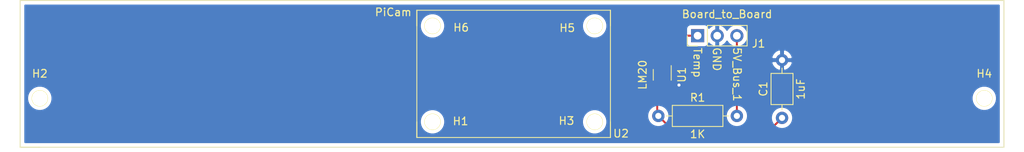
<source format=kicad_pcb>
(kicad_pcb (version 20171130) (host pcbnew "(5.1.5)-3")

  (general
    (thickness 1.6)
    (drawings 14)
    (tracks 18)
    (zones 0)
    (modules 11)
    (nets 6)
  )

  (page A4)
  (layers
    (0 F.Cu signal)
    (31 B.Cu signal)
    (32 B.Adhes user)
    (33 F.Adhes user)
    (34 B.Paste user)
    (35 F.Paste user)
    (36 B.SilkS user)
    (37 F.SilkS user)
    (38 B.Mask user)
    (39 F.Mask user)
    (40 Dwgs.User user)
    (41 Cmts.User user)
    (42 Eco1.User user)
    (43 Eco2.User user)
    (44 Edge.Cuts user)
    (45 Margin user)
    (46 B.CrtYd user)
    (47 F.CrtYd user)
    (48 B.Fab user)
    (49 F.Fab user)
  )

  (setup
    (last_trace_width 0.25)
    (trace_clearance 0.2)
    (zone_clearance 0.508)
    (zone_45_only no)
    (trace_min 0.2)
    (via_size 0.8)
    (via_drill 0.4)
    (via_min_size 0.4)
    (via_min_drill 0.3)
    (uvia_size 0.3)
    (uvia_drill 0.1)
    (uvias_allowed no)
    (uvia_min_size 0.2)
    (uvia_min_drill 0.1)
    (edge_width 0.05)
    (segment_width 0.2)
    (pcb_text_width 0.3)
    (pcb_text_size 1.5 1.5)
    (mod_edge_width 0.12)
    (mod_text_size 1 1)
    (mod_text_width 0.15)
    (pad_size 1.524 1.524)
    (pad_drill 0.762)
    (pad_to_mask_clearance 0.051)
    (solder_mask_min_width 0.25)
    (aux_axis_origin 0 0)
    (visible_elements 7FFFFFFF)
    (pcbplotparams
      (layerselection 0x010fc_ffffffff)
      (usegerberextensions false)
      (usegerberattributes false)
      (usegerberadvancedattributes false)
      (creategerberjobfile false)
      (excludeedgelayer true)
      (linewidth 0.100000)
      (plotframeref false)
      (viasonmask false)
      (mode 1)
      (useauxorigin false)
      (hpglpennumber 1)
      (hpglpenspeed 20)
      (hpglpendiameter 15.000000)
      (psnegative false)
      (psa4output false)
      (plotreference true)
      (plotvalue true)
      (plotinvisibletext false)
      (padsonsilk false)
      (subtractmaskfromsilk false)
      (outputformat 1)
      (mirror false)
      (drillshape 0)
      (scaleselection 1)
      (outputdirectory "../SensorEndPanel_Gerber/"))
  )

  (net 0 "")
  (net 1 GND)
  (net 2 "Net-(C1-Pad1)")
  (net 3 /5V_Bus_1)
  (net 4 /SolarArrayTemp)
  (net 5 "Net-(U1-Pad1)")

  (net_class Default "This is the default net class."
    (clearance 0.2)
    (trace_width 0.25)
    (via_dia 0.8)
    (via_drill 0.4)
    (uvia_dia 0.3)
    (uvia_drill 0.1)
    (add_net /5V_Bus_1)
    (add_net /SolarArrayTemp)
    (add_net GND)
    (add_net "Net-(C1-Pad1)")
    (add_net "Net-(U1-Pad1)")
  )

  (module MountingHole:MountingHole_2mm (layer F.Cu) (tedit 5B924920) (tstamp 5E61673F)
    (at 101.6 28.702)
    (descr "Mounting Hole 2mm, no annular")
    (tags "mounting hole 2mm no annular")
    (path /5E61E00F)
    (attr virtual)
    (fp_text reference H6 (at 3.7 0.223) (layer F.SilkS)
      (effects (font (size 1 1) (thickness 0.15)))
    )
    (fp_text value MountingHole (at 0 3.1) (layer F.Fab)
      (effects (font (size 1 1) (thickness 0.15)))
    )
    (fp_circle (center 0 0) (end 2.25 0) (layer F.CrtYd) (width 0.05))
    (fp_circle (center 0 0) (end 2 0) (layer Cmts.User) (width 0.15))
    (fp_text user %R (at 0.3 0) (layer F.Fab)
      (effects (font (size 1 1) (thickness 0.15)))
    )
    (pad "" np_thru_hole circle (at 0 0) (size 2 2) (drill 2) (layers *.Cu *.Mask))
  )

  (module MountingHole:MountingHole_2mm (layer F.Cu) (tedit 5B924920) (tstamp 5E616737)
    (at 122.575 28.7)
    (descr "Mounting Hole 2mm, no annular")
    (tags "mounting hole 2mm no annular")
    (path /5E61E338)
    (attr virtual)
    (fp_text reference H5 (at -3.55 0.275) (layer F.SilkS)
      (effects (font (size 1 1) (thickness 0.15)))
    )
    (fp_text value MountingHole (at 0 3.1) (layer F.Fab)
      (effects (font (size 1 1) (thickness 0.15)))
    )
    (fp_circle (center 0 0) (end 2.25 0) (layer F.CrtYd) (width 0.05))
    (fp_circle (center 0 0) (end 2 0) (layer Cmts.User) (width 0.15))
    (fp_text user %R (at 0.3 0) (layer F.Fab)
      (effects (font (size 1 1) (thickness 0.15)))
    )
    (pad "" np_thru_hole circle (at 0 0) (size 2 2) (drill 2) (layers *.Cu *.Mask))
  )

  (module MountingHole:MountingHole_2mm (layer F.Cu) (tedit 5B924920) (tstamp 5E61672F)
    (at 172.974 38.1)
    (descr "Mounting Hole 2mm, no annular")
    (tags "mounting hole 2mm no annular")
    (path /5E61DDCA)
    (attr virtual)
    (fp_text reference H4 (at 0 -3.2) (layer F.SilkS)
      (effects (font (size 1 1) (thickness 0.15)))
    )
    (fp_text value MountingHole (at 0 3.1) (layer F.Fab)
      (effects (font (size 1 1) (thickness 0.15)))
    )
    (fp_circle (center 0 0) (end 2.25 0) (layer F.CrtYd) (width 0.05))
    (fp_circle (center 0 0) (end 2 0) (layer Cmts.User) (width 0.15))
    (fp_text user %R (at 0.3 0) (layer F.Fab)
      (effects (font (size 1 1) (thickness 0.15)))
    )
    (pad "" np_thru_hole circle (at 0 0) (size 2 2) (drill 2) (layers *.Cu *.Mask))
  )

  (module MountingHole:MountingHole_2mm (layer F.Cu) (tedit 5B924920) (tstamp 5E6168B2)
    (at 122.575 41.15)
    (descr "Mounting Hole 2mm, no annular")
    (tags "mounting hole 2mm no annular")
    (path /5E61DC34)
    (attr virtual)
    (fp_text reference H3 (at -3.65 -0.125) (layer F.SilkS)
      (effects (font (size 1 1) (thickness 0.15)))
    )
    (fp_text value MountingHole (at 0 3.1) (layer F.Fab)
      (effects (font (size 1 1) (thickness 0.15)))
    )
    (fp_circle (center 0 0) (end 2.25 0) (layer F.CrtYd) (width 0.05))
    (fp_circle (center 0 0) (end 2 0) (layer Cmts.User) (width 0.15))
    (fp_text user %R (at 0.3 0) (layer F.Fab)
      (effects (font (size 1 1) (thickness 0.15)))
    )
    (pad "" np_thru_hole circle (at 0 0) (size 2 2) (drill 2) (layers *.Cu *.Mask))
  )

  (module MountingHole:MountingHole_2mm (layer F.Cu) (tedit 5B924920) (tstamp 5E61671F)
    (at 50.8 38.1)
    (descr "Mounting Hole 2mm, no annular")
    (tags "mounting hole 2mm no annular")
    (path /5E61D2B4)
    (attr virtual)
    (fp_text reference H2 (at 0 -3.2) (layer F.SilkS)
      (effects (font (size 1 1) (thickness 0.15)))
    )
    (fp_text value MountingHole (at 0 3.1) (layer F.Fab)
      (effects (font (size 1 1) (thickness 0.15)))
    )
    (fp_circle (center 0 0) (end 2.25 0) (layer F.CrtYd) (width 0.05))
    (fp_circle (center 0 0) (end 2 0) (layer Cmts.User) (width 0.15))
    (fp_text user %R (at 0.3 0) (layer F.Fab)
      (effects (font (size 1 1) (thickness 0.15)))
    )
    (pad "" np_thru_hole circle (at 0 0) (size 2 2) (drill 2) (layers *.Cu *.Mask))
  )

  (module MountingHole:MountingHole_2mm (layer F.Cu) (tedit 5B924920) (tstamp 5E616717)
    (at 101.6 41.148)
    (descr "Mounting Hole 2mm, no annular")
    (tags "mounting hole 2mm no annular")
    (path /5E61D9B6)
    (attr virtual)
    (fp_text reference H1 (at 3.625 -0.073) (layer F.SilkS)
      (effects (font (size 1 1) (thickness 0.15)))
    )
    (fp_text value MountingHole (at 0 3.1) (layer F.Fab)
      (effects (font (size 1 1) (thickness 0.15)))
    )
    (fp_circle (center 0 0) (end 2.25 0) (layer F.CrtYd) (width 0.05))
    (fp_circle (center 0 0) (end 2 0) (layer Cmts.User) (width 0.15))
    (fp_text user %R (at 0.3 0) (layer F.Fab)
      (effects (font (size 1 1) (thickness 0.15)))
    )
    (pad "" np_thru_hole circle (at 0 0) (size 2 2) (drill 2) (layers *.Cu *.Mask))
  )

  (module Deck_Plate_PCB:PiCam (layer F.Cu) (tedit 5E61432B) (tstamp 5E6160C6)
    (at 99.568 43.18)
    (path /5E614F50)
    (fp_text reference U2 (at 26.416 -0.508) (layer F.SilkS)
      (effects (font (size 1 1) (thickness 0.15)))
    )
    (fp_text value PiCam (at -3.048 -16.256) (layer F.SilkS)
      (effects (font (size 1 1) (thickness 0.15)))
    )
    (fp_line (start -0.1016 0.1016) (end -0.1016 -16.6116) (layer F.CrtYd) (width 0.12))
    (fp_line (start 25.146 0.1016) (end -0.1016 0.1016) (layer F.CrtYd) (width 0.12))
    (fp_line (start 25.146 -16.6116) (end 25.146 0.1016) (layer F.CrtYd) (width 0.12))
    (fp_line (start -0.1016 -16.6116) (end 25.146 -16.6116) (layer F.CrtYd) (width 0.12))
    (fp_circle (center 23.0124 -2.032) (end 24.0124 -2.032) (layer F.SilkS) (width 0.12))
    (fp_line (start 25.0444 0) (end 25.0444 -2.032) (layer F.SilkS) (width 0.12))
    (fp_circle (center 2.032 -2.032) (end 3.032 -2.032) (layer F.SilkS) (width 0.12))
    (fp_line (start 0 0) (end 0 -2.032) (layer F.SilkS) (width 0.12))
    (fp_circle (center 23.0124 -14.478) (end 24.0124 -14.478) (layer F.SilkS) (width 0.12))
    (fp_line (start 25.0444 -16.51) (end 25.0444 -14.478) (layer F.SilkS) (width 0.12))
    (fp_circle (center 2.032 -14.478) (end 3.032 -14.478) (layer F.SilkS) (width 0.12))
    (fp_line (start 0 -16.51) (end 0 -14.478) (layer F.SilkS) (width 0.12))
    (fp_line (start 25.0444 0) (end 0 0) (layer F.SilkS) (width 0.12))
    (fp_line (start 25.0444 -16.51) (end 25.0444 0) (layer F.SilkS) (width 0.12))
    (fp_line (start 0 -16.51) (end 25.0444 -16.51) (layer F.SilkS) (width 0.12))
    (fp_line (start 0 0) (end 0 -16.51) (layer F.SilkS) (width 0.12))
  )

  (module Package_TO_SOT_SMD:SOT-353_SC-70-5_Handsoldering (layer F.Cu) (tedit 5C9ED275) (tstamp 5E6160B2)
    (at 131.318 35.052 270)
    (descr "SOT-353, SC-70-5, Handsoldering")
    (tags "SOT-353 SC-70-5 Handsoldering")
    (path /5E6E2023)
    (attr smd)
    (fp_text reference U1 (at 0 -2.54 90) (layer F.SilkS)
      (effects (font (size 1 1) (thickness 0.15)))
    )
    (fp_text value LM20 (at 0 2.54 270) (layer F.SilkS)
      (effects (font (size 1 1) (thickness 0.15)))
    )
    (fp_line (start -0.175 -1.1) (end -0.675 -0.6) (layer F.Fab) (width 0.1))
    (fp_line (start 0.675 1.1) (end -0.675 1.1) (layer F.Fab) (width 0.1))
    (fp_line (start 0.675 -1.1) (end 0.675 1.1) (layer F.Fab) (width 0.1))
    (fp_line (start -2.4 1.4) (end 2.4 1.4) (layer F.CrtYd) (width 0.05))
    (fp_line (start -0.675 -0.6) (end -0.675 1.1) (layer F.Fab) (width 0.1))
    (fp_line (start 0.675 -1.1) (end -0.175 -1.1) (layer F.Fab) (width 0.1))
    (fp_line (start -2.4 -1.4) (end 2.4 -1.4) (layer F.CrtYd) (width 0.05))
    (fp_line (start -2.4 -1.4) (end -2.4 1.4) (layer F.CrtYd) (width 0.05))
    (fp_line (start 2.4 1.4) (end 2.4 -1.4) (layer F.CrtYd) (width 0.05))
    (fp_line (start -0.7 1.16) (end 0.7 1.16) (layer F.SilkS) (width 0.12))
    (fp_line (start 0.7 -1.16) (end -1.2 -1.16) (layer F.SilkS) (width 0.12))
    (fp_text user %R (at 0 0) (layer F.Fab)
      (effects (font (size 0.5 0.5) (thickness 0.075)))
    )
    (pad 5 smd rect (at 1.33 -0.65 270) (size 1.5 0.4) (layers F.Cu F.Paste F.Mask)
      (net 1 GND))
    (pad 4 smd rect (at 1.33 0.65 270) (size 1.5 0.4) (layers F.Cu F.Paste F.Mask)
      (net 2 "Net-(C1-Pad1)"))
    (pad 3 smd rect (at -1.33 0.65 270) (size 1.5 0.4) (layers F.Cu F.Paste F.Mask)
      (net 4 /SolarArrayTemp))
    (pad 2 smd rect (at -1.33 0 270) (size 1.5 0.4) (layers F.Cu F.Paste F.Mask)
      (net 1 GND))
    (pad 1 smd rect (at -1.33 -0.65 270) (size 1.5 0.4) (layers F.Cu F.Paste F.Mask)
      (net 5 "Net-(U1-Pad1)"))
    (model ${KISYS3DMOD}/Package_TO_SOT_SMD.3dshapes/SOT-353_SC-70-5.wrl
      (at (xyz 0 0 0))
      (scale (xyz 1 1 1))
      (rotate (xyz 0 0 0))
    )
  )

  (module Resistor_THT:R_Axial_DIN0207_L6.3mm_D2.5mm_P10.16mm_Horizontal (layer F.Cu) (tedit 5AE5139B) (tstamp 5E61609D)
    (at 130.81 40.386)
    (descr "Resistor, Axial_DIN0207 series, Axial, Horizontal, pin pitch=10.16mm, 0.25W = 1/4W, length*diameter=6.3*2.5mm^2, http://cdn-reichelt.de/documents/datenblatt/B400/1_4W%23YAG.pdf")
    (tags "Resistor Axial_DIN0207 series Axial Horizontal pin pitch 10.16mm 0.25W = 1/4W length 6.3mm diameter 2.5mm")
    (path /5E615BC7)
    (fp_text reference R1 (at 5.08 -2.37) (layer F.SilkS)
      (effects (font (size 1 1) (thickness 0.15)))
    )
    (fp_text value 1K (at 5.08 2.37) (layer F.SilkS)
      (effects (font (size 1 1) (thickness 0.15)))
    )
    (fp_text user %R (at 5.08 0) (layer F.Fab)
      (effects (font (size 1 1) (thickness 0.15)))
    )
    (fp_line (start 11.21 -1.5) (end -1.05 -1.5) (layer F.CrtYd) (width 0.05))
    (fp_line (start 11.21 1.5) (end 11.21 -1.5) (layer F.CrtYd) (width 0.05))
    (fp_line (start -1.05 1.5) (end 11.21 1.5) (layer F.CrtYd) (width 0.05))
    (fp_line (start -1.05 -1.5) (end -1.05 1.5) (layer F.CrtYd) (width 0.05))
    (fp_line (start 9.12 0) (end 8.35 0) (layer F.SilkS) (width 0.12))
    (fp_line (start 1.04 0) (end 1.81 0) (layer F.SilkS) (width 0.12))
    (fp_line (start 8.35 -1.37) (end 1.81 -1.37) (layer F.SilkS) (width 0.12))
    (fp_line (start 8.35 1.37) (end 8.35 -1.37) (layer F.SilkS) (width 0.12))
    (fp_line (start 1.81 1.37) (end 8.35 1.37) (layer F.SilkS) (width 0.12))
    (fp_line (start 1.81 -1.37) (end 1.81 1.37) (layer F.SilkS) (width 0.12))
    (fp_line (start 10.16 0) (end 8.23 0) (layer F.Fab) (width 0.1))
    (fp_line (start 0 0) (end 1.93 0) (layer F.Fab) (width 0.1))
    (fp_line (start 8.23 -1.25) (end 1.93 -1.25) (layer F.Fab) (width 0.1))
    (fp_line (start 8.23 1.25) (end 8.23 -1.25) (layer F.Fab) (width 0.1))
    (fp_line (start 1.93 1.25) (end 8.23 1.25) (layer F.Fab) (width 0.1))
    (fp_line (start 1.93 -1.25) (end 1.93 1.25) (layer F.Fab) (width 0.1))
    (pad 2 thru_hole oval (at 10.16 0) (size 1.6 1.6) (drill 0.8) (layers *.Cu *.Mask)
      (net 3 /5V_Bus_1))
    (pad 1 thru_hole circle (at 0 0) (size 1.6 1.6) (drill 0.8) (layers *.Cu *.Mask)
      (net 2 "Net-(C1-Pad1)"))
    (model ${KISYS3DMOD}/Resistor_THT.3dshapes/R_Axial_DIN0207_L6.3mm_D2.5mm_P10.16mm_Horizontal.wrl
      (at (xyz 0 0 0))
      (scale (xyz 1 1 1))
      (rotate (xyz 0 0 0))
    )
  )

  (module Connector_PinHeader_2.54mm:PinHeader_1x03_P2.54mm_Vertical (layer F.Cu) (tedit 59FED5CC) (tstamp 5E616086)
    (at 135.89 29.972 90)
    (descr "Through hole straight pin header, 1x03, 2.54mm pitch, single row")
    (tags "Through hole pin header THT 1x03 2.54mm single row")
    (path /5E61A4CE)
    (fp_text reference J1 (at -1.028 7.885 180) (layer F.SilkS)
      (effects (font (size 1 1) (thickness 0.15)))
    )
    (fp_text value Board_to_Board (at 2.794 3.81 180) (layer F.SilkS)
      (effects (font (size 1 1) (thickness 0.15)))
    )
    (fp_text user %R (at 0 2.54) (layer F.Fab)
      (effects (font (size 1 1) (thickness 0.15)))
    )
    (fp_line (start 1.8 -1.8) (end -1.8 -1.8) (layer F.CrtYd) (width 0.05))
    (fp_line (start 1.8 6.85) (end 1.8 -1.8) (layer F.CrtYd) (width 0.05))
    (fp_line (start -1.8 6.85) (end 1.8 6.85) (layer F.CrtYd) (width 0.05))
    (fp_line (start -1.8 -1.8) (end -1.8 6.85) (layer F.CrtYd) (width 0.05))
    (fp_line (start -1.33 -1.33) (end 0 -1.33) (layer F.SilkS) (width 0.12))
    (fp_line (start -1.33 0) (end -1.33 -1.33) (layer F.SilkS) (width 0.12))
    (fp_line (start -1.33 1.27) (end 1.33 1.27) (layer F.SilkS) (width 0.12))
    (fp_line (start 1.33 1.27) (end 1.33 6.41) (layer F.SilkS) (width 0.12))
    (fp_line (start -1.33 1.27) (end -1.33 6.41) (layer F.SilkS) (width 0.12))
    (fp_line (start -1.33 6.41) (end 1.33 6.41) (layer F.SilkS) (width 0.12))
    (fp_line (start -1.27 -0.635) (end -0.635 -1.27) (layer F.Fab) (width 0.1))
    (fp_line (start -1.27 6.35) (end -1.27 -0.635) (layer F.Fab) (width 0.1))
    (fp_line (start 1.27 6.35) (end -1.27 6.35) (layer F.Fab) (width 0.1))
    (fp_line (start 1.27 -1.27) (end 1.27 6.35) (layer F.Fab) (width 0.1))
    (fp_line (start -0.635 -1.27) (end 1.27 -1.27) (layer F.Fab) (width 0.1))
    (pad 3 thru_hole oval (at 0 5.08 90) (size 1.7 1.7) (drill 1) (layers *.Cu *.Mask)
      (net 3 /5V_Bus_1))
    (pad 2 thru_hole oval (at 0 2.54 90) (size 1.7 1.7) (drill 1) (layers *.Cu *.Mask)
      (net 1 GND))
    (pad 1 thru_hole rect (at 0 0 90) (size 1.7 1.7) (drill 1) (layers *.Cu *.Mask)
      (net 4 /SolarArrayTemp))
    (model ${KISYS3DMOD}/Connector_PinHeader_2.54mm.3dshapes/PinHeader_1x03_P2.54mm_Vertical.wrl
      (at (xyz 0 0 0))
      (scale (xyz 1 1 1))
      (rotate (xyz 0 0 0))
    )
  )

  (module Capacitor_THT:C_Axial_L3.8mm_D2.6mm_P7.50mm_Horizontal (layer F.Cu) (tedit 5AE50EF0) (tstamp 5E61606F)
    (at 146.812 40.64 90)
    (descr "C, Axial series, Axial, Horizontal, pin pitch=7.5mm, , length*diameter=3.8*2.6mm^2, http://www.vishay.com/docs/45231/arseries.pdf")
    (tags "C Axial series Axial Horizontal pin pitch 7.5mm  length 3.8mm diameter 2.6mm")
    (path /5E6165D4)
    (fp_text reference C1 (at 3.75 -2.42 90) (layer F.SilkS)
      (effects (font (size 1 1) (thickness 0.15)))
    )
    (fp_text value 1uF (at 3.75 2.42 90) (layer F.SilkS)
      (effects (font (size 1 1) (thickness 0.15)))
    )
    (fp_text user %R (at 3.75 0 90) (layer F.Fab)
      (effects (font (size 0.76 0.76) (thickness 0.114)))
    )
    (fp_line (start 8.55 -1.55) (end -1.05 -1.55) (layer F.CrtYd) (width 0.05))
    (fp_line (start 8.55 1.55) (end 8.55 -1.55) (layer F.CrtYd) (width 0.05))
    (fp_line (start -1.05 1.55) (end 8.55 1.55) (layer F.CrtYd) (width 0.05))
    (fp_line (start -1.05 -1.55) (end -1.05 1.55) (layer F.CrtYd) (width 0.05))
    (fp_line (start 6.46 0) (end 5.77 0) (layer F.SilkS) (width 0.12))
    (fp_line (start 1.04 0) (end 1.73 0) (layer F.SilkS) (width 0.12))
    (fp_line (start 5.77 -1.42) (end 1.73 -1.42) (layer F.SilkS) (width 0.12))
    (fp_line (start 5.77 1.42) (end 5.77 -1.42) (layer F.SilkS) (width 0.12))
    (fp_line (start 1.73 1.42) (end 5.77 1.42) (layer F.SilkS) (width 0.12))
    (fp_line (start 1.73 -1.42) (end 1.73 1.42) (layer F.SilkS) (width 0.12))
    (fp_line (start 7.5 0) (end 5.65 0) (layer F.Fab) (width 0.1))
    (fp_line (start 0 0) (end 1.85 0) (layer F.Fab) (width 0.1))
    (fp_line (start 5.65 -1.3) (end 1.85 -1.3) (layer F.Fab) (width 0.1))
    (fp_line (start 5.65 1.3) (end 5.65 -1.3) (layer F.Fab) (width 0.1))
    (fp_line (start 1.85 1.3) (end 5.65 1.3) (layer F.Fab) (width 0.1))
    (fp_line (start 1.85 -1.3) (end 1.85 1.3) (layer F.Fab) (width 0.1))
    (pad 2 thru_hole oval (at 7.5 0 90) (size 1.6 1.6) (drill 0.8) (layers *.Cu *.Mask)
      (net 1 GND))
    (pad 1 thru_hole circle (at 0 0 90) (size 1.6 1.6) (drill 0.8) (layers *.Cu *.Mask)
      (net 2 "Net-(C1-Pad1)"))
    (model ${KISYS3DMOD}/Capacitor_THT.3dshapes/C_Axial_L3.8mm_D2.6mm_P7.50mm_Horizontal.wrl
      (at (xyz 0 0 0))
      (scale (xyz 1 1 1))
      (rotate (xyz 0 0 0))
    )
  )

  (gr_line (start 48.26 44.45) (end 48.26 25.4) (layer Edge.Cuts) (width 0.05) (tstamp 5E61698F))
  (gr_line (start 175.514 44.45) (end 48.26 44.45) (layer Edge.Cuts) (width 0.05))
  (gr_line (start 175.514 25.4) (end 175.514 44.45) (layer Edge.Cuts) (width 0.05))
  (gr_line (start 48.26 25.4) (end 175.514 25.4) (layer Edge.Cuts) (width 0.05))
  (gr_text 5V_Bus_1 (at 141 35 270) (layer F.SilkS) (tstamp 5E61694F)
    (effects (font (size 1 1) (thickness 0.15)))
  )
  (gr_text GND (at 138.375 33.025 270) (layer F.SilkS) (tstamp 5E61694B)
    (effects (font (size 1 1) (thickness 0.15)))
  )
  (gr_text Temp (at 135.875 33.475 270) (layer F.SilkS)
    (effects (font (size 1 1) (thickness 0.15)))
  )
  (gr_circle (center 172.974 38.1) (end 173.974 38.1) (layer F.SilkS) (width 0.12))
  (gr_circle (center 50.8 38.1) (end 51.8 38.1) (layer F.SilkS) (width 0.12))
  (gr_line (start 48.26 44.45) (end 50.8 44.45) (layer F.SilkS) (width 0.12))
  (gr_line (start 48.26 44.45) (end 48.26 25.4) (layer F.SilkS) (width 0.12) (tstamp 5E616130))
  (gr_line (start 175.514 44.45) (end 48.26 44.45) (layer F.SilkS) (width 0.12))
  (gr_line (start 175.514 25.4) (end 175.514 44.45) (layer F.SilkS) (width 0.12))
  (gr_line (start 48.26 25.4) (end 175.514 25.4) (layer F.SilkS) (width 0.12))

  (via (at 133.48 36.38) (size 0.8) (drill 0.4) (layers F.Cu B.Cu) (net 1))
  (segment (start 131.968 36.382) (end 133.478 36.382) (width 0.25) (layer F.Cu) (net 1))
  (segment (start 133.478 36.382) (end 133.48 36.38) (width 0.25) (layer F.Cu) (net 1))
  (segment (start 131.518 36.382) (end 131.968 36.382) (width 0.25) (layer F.Cu) (net 1))
  (segment (start 131.318 33.722) (end 131.318 36.182) (width 0.25) (layer F.Cu) (net 1))
  (segment (start 131.318 36.182) (end 131.518 36.382) (width 0.25) (layer F.Cu) (net 1))
  (segment (start 130.668 40.244) (end 130.81 40.386) (width 0.25) (layer F.Cu) (net 2))
  (segment (start 130.668 36.382) (end 130.668 40.244) (width 0.25) (layer F.Cu) (net 2))
  (segment (start 144.526 42.926) (end 146.012001 41.439999) (width 0.25) (layer F.Cu) (net 2))
  (segment (start 130.81 40.386) (end 133.35 42.926) (width 0.25) (layer F.Cu) (net 2))
  (segment (start 146.012001 41.439999) (end 146.812 40.64) (width 0.25) (layer F.Cu) (net 2))
  (segment (start 133.35 42.926) (end 144.526 42.926) (width 0.25) (layer F.Cu) (net 2))
  (segment (start 140.97 31.174081) (end 140.97 40.386) (width 0.25) (layer F.Cu) (net 3))
  (segment (start 140.97 29.972) (end 140.97 31.174081) (width 0.25) (layer F.Cu) (net 3))
  (segment (start 134.79 29.972) (end 135.89 29.972) (width 0.25) (layer F.Cu) (net 4))
  (segment (start 133.418 29.972) (end 134.79 29.972) (width 0.25) (layer F.Cu) (net 4))
  (segment (start 130.668 32.722) (end 133.418 29.972) (width 0.25) (layer F.Cu) (net 4))
  (segment (start 130.668 33.722) (end 130.668 32.722) (width 0.25) (layer F.Cu) (net 4))

  (zone (net 1) (net_name GND) (layer B.Cu) (tstamp 5E94E9C5) (hatch edge 0.508)
    (connect_pads (clearance 0.508))
    (min_thickness 0.254)
    (fill yes (arc_segments 32) (thermal_gap 0.508) (thermal_bridge_width 0.508))
    (polygon
      (pts
        (xy 175.514 44.45) (xy 48.26 44.45) (xy 48.26 25.4) (xy 175.514 25.4)
      )
    )
    (filled_polygon
      (pts
        (xy 174.854001 43.79) (xy 48.92 43.79) (xy 48.92 40.986967) (xy 99.965 40.986967) (xy 99.965 41.309033)
        (xy 100.027832 41.624912) (xy 100.151082 41.922463) (xy 100.330013 42.190252) (xy 100.557748 42.417987) (xy 100.825537 42.596918)
        (xy 101.123088 42.720168) (xy 101.438967 42.783) (xy 101.761033 42.783) (xy 102.076912 42.720168) (xy 102.374463 42.596918)
        (xy 102.642252 42.417987) (xy 102.869987 42.190252) (xy 103.048918 41.922463) (xy 103.172168 41.624912) (xy 103.235 41.309033)
        (xy 103.235 40.988967) (xy 120.94 40.988967) (xy 120.94 41.311033) (xy 121.002832 41.626912) (xy 121.126082 41.924463)
        (xy 121.305013 42.192252) (xy 121.532748 42.419987) (xy 121.800537 42.598918) (xy 122.098088 42.722168) (xy 122.413967 42.785)
        (xy 122.736033 42.785) (xy 123.051912 42.722168) (xy 123.349463 42.598918) (xy 123.617252 42.419987) (xy 123.844987 42.192252)
        (xy 124.023918 41.924463) (xy 124.147168 41.626912) (xy 124.21 41.311033) (xy 124.21 40.988967) (xy 124.147168 40.673088)
        (xy 124.023918 40.375537) (xy 123.936473 40.244665) (xy 129.375 40.244665) (xy 129.375 40.527335) (xy 129.430147 40.804574)
        (xy 129.53832 41.065727) (xy 129.695363 41.300759) (xy 129.895241 41.500637) (xy 130.130273 41.65768) (xy 130.391426 41.765853)
        (xy 130.668665 41.821) (xy 130.951335 41.821) (xy 131.228574 41.765853) (xy 131.489727 41.65768) (xy 131.724759 41.500637)
        (xy 131.924637 41.300759) (xy 132.08168 41.065727) (xy 132.189853 40.804574) (xy 132.245 40.527335) (xy 132.245 40.244665)
        (xy 139.535 40.244665) (xy 139.535 40.527335) (xy 139.590147 40.804574) (xy 139.69832 41.065727) (xy 139.855363 41.300759)
        (xy 140.055241 41.500637) (xy 140.290273 41.65768) (xy 140.551426 41.765853) (xy 140.828665 41.821) (xy 141.111335 41.821)
        (xy 141.388574 41.765853) (xy 141.649727 41.65768) (xy 141.884759 41.500637) (xy 142.084637 41.300759) (xy 142.24168 41.065727)
        (xy 142.349853 40.804574) (xy 142.405 40.527335) (xy 142.405 40.498665) (xy 145.377 40.498665) (xy 145.377 40.781335)
        (xy 145.432147 41.058574) (xy 145.54032 41.319727) (xy 145.697363 41.554759) (xy 145.897241 41.754637) (xy 146.132273 41.91168)
        (xy 146.393426 42.019853) (xy 146.670665 42.075) (xy 146.953335 42.075) (xy 147.230574 42.019853) (xy 147.491727 41.91168)
        (xy 147.726759 41.754637) (xy 147.926637 41.554759) (xy 148.08368 41.319727) (xy 148.191853 41.058574) (xy 148.247 40.781335)
        (xy 148.247 40.498665) (xy 148.191853 40.221426) (xy 148.08368 39.960273) (xy 147.926637 39.725241) (xy 147.726759 39.525363)
        (xy 147.491727 39.36832) (xy 147.230574 39.260147) (xy 146.953335 39.205) (xy 146.670665 39.205) (xy 146.393426 39.260147)
        (xy 146.132273 39.36832) (xy 145.897241 39.525363) (xy 145.697363 39.725241) (xy 145.54032 39.960273) (xy 145.432147 40.221426)
        (xy 145.377 40.498665) (xy 142.405 40.498665) (xy 142.405 40.244665) (xy 142.349853 39.967426) (xy 142.24168 39.706273)
        (xy 142.084637 39.471241) (xy 141.884759 39.271363) (xy 141.649727 39.11432) (xy 141.388574 39.006147) (xy 141.111335 38.951)
        (xy 140.828665 38.951) (xy 140.551426 39.006147) (xy 140.290273 39.11432) (xy 140.055241 39.271363) (xy 139.855363 39.471241)
        (xy 139.69832 39.706273) (xy 139.590147 39.967426) (xy 139.535 40.244665) (xy 132.245 40.244665) (xy 132.189853 39.967426)
        (xy 132.08168 39.706273) (xy 131.924637 39.471241) (xy 131.724759 39.271363) (xy 131.489727 39.11432) (xy 131.228574 39.006147)
        (xy 130.951335 38.951) (xy 130.668665 38.951) (xy 130.391426 39.006147) (xy 130.130273 39.11432) (xy 129.895241 39.271363)
        (xy 129.695363 39.471241) (xy 129.53832 39.706273) (xy 129.430147 39.967426) (xy 129.375 40.244665) (xy 123.936473 40.244665)
        (xy 123.844987 40.107748) (xy 123.617252 39.880013) (xy 123.349463 39.701082) (xy 123.051912 39.577832) (xy 122.736033 39.515)
        (xy 122.413967 39.515) (xy 122.098088 39.577832) (xy 121.800537 39.701082) (xy 121.532748 39.880013) (xy 121.305013 40.107748)
        (xy 121.126082 40.375537) (xy 121.002832 40.673088) (xy 120.94 40.988967) (xy 103.235 40.988967) (xy 103.235 40.986967)
        (xy 103.172168 40.671088) (xy 103.048918 40.373537) (xy 102.869987 40.105748) (xy 102.642252 39.878013) (xy 102.374463 39.699082)
        (xy 102.076912 39.575832) (xy 101.761033 39.513) (xy 101.438967 39.513) (xy 101.123088 39.575832) (xy 100.825537 39.699082)
        (xy 100.557748 39.878013) (xy 100.330013 40.105748) (xy 100.151082 40.373537) (xy 100.027832 40.671088) (xy 99.965 40.986967)
        (xy 48.92 40.986967) (xy 48.92 37.938967) (xy 49.165 37.938967) (xy 49.165 38.261033) (xy 49.227832 38.576912)
        (xy 49.351082 38.874463) (xy 49.530013 39.142252) (xy 49.757748 39.369987) (xy 50.025537 39.548918) (xy 50.323088 39.672168)
        (xy 50.638967 39.735) (xy 50.961033 39.735) (xy 51.276912 39.672168) (xy 51.574463 39.548918) (xy 51.842252 39.369987)
        (xy 52.069987 39.142252) (xy 52.248918 38.874463) (xy 52.372168 38.576912) (xy 52.435 38.261033) (xy 52.435 37.938967)
        (xy 171.339 37.938967) (xy 171.339 38.261033) (xy 171.401832 38.576912) (xy 171.525082 38.874463) (xy 171.704013 39.142252)
        (xy 171.931748 39.369987) (xy 172.199537 39.548918) (xy 172.497088 39.672168) (xy 172.812967 39.735) (xy 173.135033 39.735)
        (xy 173.450912 39.672168) (xy 173.748463 39.548918) (xy 174.016252 39.369987) (xy 174.243987 39.142252) (xy 174.422918 38.874463)
        (xy 174.546168 38.576912) (xy 174.609 38.261033) (xy 174.609 37.938967) (xy 174.546168 37.623088) (xy 174.422918 37.325537)
        (xy 174.243987 37.057748) (xy 174.016252 36.830013) (xy 173.748463 36.651082) (xy 173.450912 36.527832) (xy 173.135033 36.465)
        (xy 172.812967 36.465) (xy 172.497088 36.527832) (xy 172.199537 36.651082) (xy 171.931748 36.830013) (xy 171.704013 37.057748)
        (xy 171.525082 37.325537) (xy 171.401832 37.623088) (xy 171.339 37.938967) (xy 52.435 37.938967) (xy 52.372168 37.623088)
        (xy 52.248918 37.325537) (xy 52.069987 37.057748) (xy 51.842252 36.830013) (xy 51.574463 36.651082) (xy 51.276912 36.527832)
        (xy 50.961033 36.465) (xy 50.638967 36.465) (xy 50.323088 36.527832) (xy 50.025537 36.651082) (xy 49.757748 36.830013)
        (xy 49.530013 37.057748) (xy 49.351082 37.325537) (xy 49.227832 37.623088) (xy 49.165 37.938967) (xy 48.92 37.938967)
        (xy 48.92 33.48904) (xy 145.420091 33.48904) (xy 145.51493 33.753881) (xy 145.659615 33.995131) (xy 145.848586 34.203519)
        (xy 146.07458 34.371037) (xy 146.328913 34.491246) (xy 146.462961 34.531904) (xy 146.685 34.409915) (xy 146.685 33.267)
        (xy 146.939 33.267) (xy 146.939 34.409915) (xy 147.161039 34.531904) (xy 147.295087 34.491246) (xy 147.54942 34.371037)
        (xy 147.775414 34.203519) (xy 147.964385 33.995131) (xy 148.10907 33.753881) (xy 148.203909 33.48904) (xy 148.082624 33.267)
        (xy 146.939 33.267) (xy 146.685 33.267) (xy 145.541376 33.267) (xy 145.420091 33.48904) (xy 48.92 33.48904)
        (xy 48.92 32.79096) (xy 145.420091 32.79096) (xy 145.541376 33.013) (xy 146.685 33.013) (xy 146.685 31.870085)
        (xy 146.939 31.870085) (xy 146.939 33.013) (xy 148.082624 33.013) (xy 148.203909 32.79096) (xy 148.10907 32.526119)
        (xy 147.964385 32.284869) (xy 147.775414 32.076481) (xy 147.54942 31.908963) (xy 147.295087 31.788754) (xy 147.161039 31.748096)
        (xy 146.939 31.870085) (xy 146.685 31.870085) (xy 146.462961 31.748096) (xy 146.328913 31.788754) (xy 146.07458 31.908963)
        (xy 145.848586 32.076481) (xy 145.659615 32.284869) (xy 145.51493 32.526119) (xy 145.420091 32.79096) (xy 48.92 32.79096)
        (xy 48.92 28.540967) (xy 99.965 28.540967) (xy 99.965 28.863033) (xy 100.027832 29.178912) (xy 100.151082 29.476463)
        (xy 100.330013 29.744252) (xy 100.557748 29.971987) (xy 100.825537 30.150918) (xy 101.123088 30.274168) (xy 101.438967 30.337)
        (xy 101.761033 30.337) (xy 102.076912 30.274168) (xy 102.374463 30.150918) (xy 102.642252 29.971987) (xy 102.869987 29.744252)
        (xy 103.048918 29.476463) (xy 103.172168 29.178912) (xy 103.235 28.863033) (xy 103.235 28.540967) (xy 103.234603 28.538967)
        (xy 120.94 28.538967) (xy 120.94 28.861033) (xy 121.002832 29.176912) (xy 121.126082 29.474463) (xy 121.305013 29.742252)
        (xy 121.532748 29.969987) (xy 121.800537 30.148918) (xy 122.098088 30.272168) (xy 122.413967 30.335) (xy 122.736033 30.335)
        (xy 123.051912 30.272168) (xy 123.349463 30.148918) (xy 123.617252 29.969987) (xy 123.844987 29.742252) (xy 124.023918 29.474463)
        (xy 124.147168 29.176912) (xy 124.15809 29.122) (xy 134.401928 29.122) (xy 134.401928 30.822) (xy 134.414188 30.946482)
        (xy 134.450498 31.06618) (xy 134.509463 31.176494) (xy 134.588815 31.273185) (xy 134.685506 31.352537) (xy 134.79582 31.411502)
        (xy 134.915518 31.447812) (xy 135.04 31.460072) (xy 136.74 31.460072) (xy 136.864482 31.447812) (xy 136.98418 31.411502)
        (xy 137.094494 31.352537) (xy 137.191185 31.273185) (xy 137.270537 31.176494) (xy 137.329502 31.06618) (xy 137.353966 30.985534)
        (xy 137.429731 31.069588) (xy 137.66308 31.243641) (xy 137.925901 31.368825) (xy 138.07311 31.413476) (xy 138.303 31.292155)
        (xy 138.303 30.099) (xy 138.283 30.099) (xy 138.283 29.845) (xy 138.303 29.845) (xy 138.303 28.651845)
        (xy 138.557 28.651845) (xy 138.557 29.845) (xy 138.577 29.845) (xy 138.577 30.099) (xy 138.557 30.099)
        (xy 138.557 31.292155) (xy 138.78689 31.413476) (xy 138.934099 31.368825) (xy 139.19692 31.243641) (xy 139.430269 31.069588)
        (xy 139.625178 30.853355) (xy 139.694805 30.736466) (xy 139.816525 30.918632) (xy 140.023368 31.125475) (xy 140.266589 31.28799)
        (xy 140.536842 31.399932) (xy 140.82374 31.457) (xy 141.11626 31.457) (xy 141.403158 31.399932) (xy 141.673411 31.28799)
        (xy 141.916632 31.125475) (xy 142.123475 30.918632) (xy 142.28599 30.675411) (xy 142.397932 30.405158) (xy 142.455 30.11826)
        (xy 142.455 29.82574) (xy 142.397932 29.538842) (xy 142.28599 29.268589) (xy 142.123475 29.025368) (xy 141.916632 28.818525)
        (xy 141.673411 28.65601) (xy 141.403158 28.544068) (xy 141.11626 28.487) (xy 140.82374 28.487) (xy 140.536842 28.544068)
        (xy 140.266589 28.65601) (xy 140.023368 28.818525) (xy 139.816525 29.025368) (xy 139.694805 29.207534) (xy 139.625178 29.090645)
        (xy 139.430269 28.874412) (xy 139.19692 28.700359) (xy 138.934099 28.575175) (xy 138.78689 28.530524) (xy 138.557 28.651845)
        (xy 138.303 28.651845) (xy 138.07311 28.530524) (xy 137.925901 28.575175) (xy 137.66308 28.700359) (xy 137.429731 28.874412)
        (xy 137.353966 28.958466) (xy 137.329502 28.87782) (xy 137.270537 28.767506) (xy 137.191185 28.670815) (xy 137.094494 28.591463)
        (xy 136.98418 28.532498) (xy 136.864482 28.496188) (xy 136.74 28.483928) (xy 135.04 28.483928) (xy 134.915518 28.496188)
        (xy 134.79582 28.532498) (xy 134.685506 28.591463) (xy 134.588815 28.670815) (xy 134.509463 28.767506) (xy 134.450498 28.87782)
        (xy 134.414188 28.997518) (xy 134.401928 29.122) (xy 124.15809 29.122) (xy 124.21 28.861033) (xy 124.21 28.538967)
        (xy 124.147168 28.223088) (xy 124.023918 27.925537) (xy 123.844987 27.657748) (xy 123.617252 27.430013) (xy 123.349463 27.251082)
        (xy 123.051912 27.127832) (xy 122.736033 27.065) (xy 122.413967 27.065) (xy 122.098088 27.127832) (xy 121.800537 27.251082)
        (xy 121.532748 27.430013) (xy 121.305013 27.657748) (xy 121.126082 27.925537) (xy 121.002832 28.223088) (xy 120.94 28.538967)
        (xy 103.234603 28.538967) (xy 103.172168 28.225088) (xy 103.048918 27.927537) (xy 102.869987 27.659748) (xy 102.642252 27.432013)
        (xy 102.374463 27.253082) (xy 102.076912 27.129832) (xy 101.761033 27.067) (xy 101.438967 27.067) (xy 101.123088 27.129832)
        (xy 100.825537 27.253082) (xy 100.557748 27.432013) (xy 100.330013 27.659748) (xy 100.151082 27.927537) (xy 100.027832 28.225088)
        (xy 99.965 28.540967) (xy 48.92 28.540967) (xy 48.92 26.06) (xy 174.854 26.06)
      )
    )
  )
)

</source>
